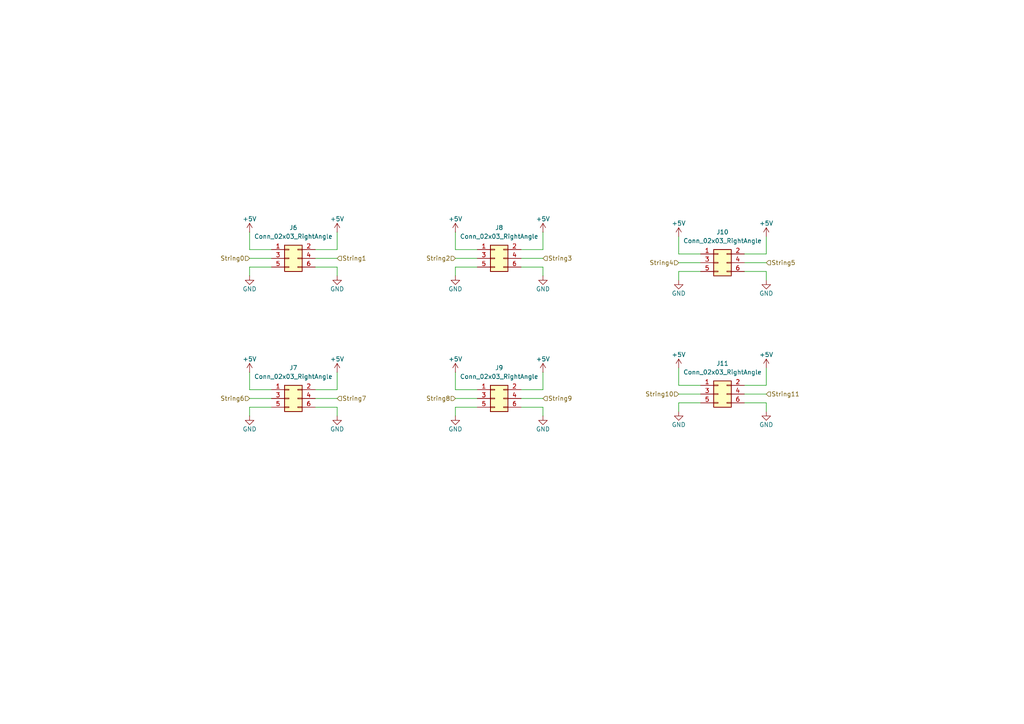
<source format=kicad_sch>
(kicad_sch (version 20231120) (generator "eeschema") (generator_version "8.0")
  (paper "A4")
  (lib_symbols
    (symbol "Connector_Generic:Conn_02x03_Odd_Even" (pin_names (offset 1.016) hide)
      (property "Reference" "J" (at 1.27 5.08 0))
      (property "Value" "Conn_02x03_Odd_Even" (at 1.27 -5.08 0))
      (symbol "Conn_02x03_Odd_Even_1_1"
        (rectangle (start -1.27 -2.413) (end 0 -2.667) (stroke (width 0.1524)))
        (rectangle (start -1.27 0.127) (end 0 -0.127) (stroke (width 0.1524)))
        (rectangle (start -1.27 2.667) (end 0 2.413) (stroke (width 0.1524)))
        (rectangle (start -1.27 3.81) (end 3.81 -3.81) (stroke (width 0.254)) (fill (type background)))
        (rectangle (start 3.81 -2.413) (end 2.54 -2.667) (stroke (width 0.1524)))
        (rectangle (start 3.81 0.127) (end 2.54 -0.127) (stroke (width 0.1524)))
        (rectangle (start 3.81 2.667) (end 2.54 2.413) (stroke (width 0.1524)))
        (pin passive line (at -5.08 2.54 0) (length 3.81) (name "Pin_1") (number "1"))
        (pin passive line (at 7.62 2.54 180) (length 3.81) (name "Pin_2") (number "2"))
        (pin passive line (at -5.08 0 0) (length 3.81) (name "Pin_3") (number "3"))
        (pin passive line (at 7.62 0 180) (length 3.81) (name "Pin_4") (number "4"))
        (pin passive line (at -5.08 -2.54 0) (length 3.81) (name "Pin_5") (number "5"))
        (pin passive line (at 7.62 -2.54 180) (length 3.81) (name "Pin_6") (number "6"))
      )
    )
    (symbol "power:+5V" (power) (pin_numbers hide) (pin_names (offset 0) hide)
      (property "Value" "+5V" (at 0 3.556 0))
      (symbol "+5V_0_1"
        (polyline (pts (xy -0.762 1.27) (xy 0 2.54)))
        (polyline (pts (xy 0 0) (xy 0 2.54)))
        (polyline (pts (xy 0 2.54) (xy 0.762 1.27)))
      )
      (symbol "+5V_1_1"
        (pin power_in line (at 0 0 90) (length 0) (name "~") (number "1"))
      )
    )
    (symbol "power:GND" (power) (pin_numbers hide) (pin_names (offset 0) hide)
      (property "Value" "GND" (at 0 -3.81 0))
      (symbol "GND_0_1"
        (polyline (pts (xy 0 0) (xy 0 -1.27) (xy 1.27 -1.27) (xy 0 -2.54) (xy -1.27 -1.27) (xy 0 -1.27)))
      )
      (symbol "GND_1_1"
        (pin power_in line (at 0 0 270) (length 0) (name "~") (number "1"))
      )
    )
  )
  (wire (pts (xy 196.85 116.84) (xy 203.2 116.84)))
  (wire (pts (xy 222.25 73.66) (xy 215.9 73.66)))
  (wire (pts (xy 222.25 106.68) (xy 222.25 111.76)))
  (wire (pts (xy 157.48 115.57) (xy 151.13 115.57)))
  (wire (pts (xy 132.08 74.93) (xy 138.43 74.93)))
  (wire (pts (xy 157.48 77.47) (xy 151.13 77.47)))
  (wire (pts (xy 132.08 80.01) (xy 132.08 77.47)))
  (wire (pts (xy 196.85 76.2) (xy 203.2 76.2)))
  (wire (pts (xy 196.85 111.76) (xy 203.2 111.76)))
  (wire (pts (xy 222.25 119.38) (xy 222.25 116.84)))
  (wire (pts (xy 196.85 106.68) (xy 196.85 111.76)))
  (wire (pts (xy 196.85 114.3) (xy 203.2 114.3)))
  (wire (pts (xy 196.85 73.66) (xy 203.2 73.66)))
  (wire (pts (xy 97.79 107.95) (xy 97.79 113.03)))
  (wire (pts (xy 222.25 68.58) (xy 222.25 73.66)))
  (wire (pts (xy 97.79 74.93) (xy 91.44 74.93)))
  (wire (pts (xy 72.39 118.11) (xy 78.74 118.11)))
  (wire (pts (xy 132.08 120.65) (xy 132.08 118.11)))
  (wire (pts (xy 132.08 72.39) (xy 138.43 72.39)))
  (wire (pts (xy 157.48 120.65) (xy 157.48 118.11)))
  (wire (pts (xy 132.08 77.47) (xy 138.43 77.47)))
  (wire (pts (xy 132.08 113.03) (xy 138.43 113.03)))
  (wire (pts (xy 157.48 72.39) (xy 151.13 72.39)))
  (wire (pts (xy 72.39 120.65) (xy 72.39 118.11)))
  (wire (pts (xy 97.79 120.65) (xy 97.79 118.11)))
  (wire (pts (xy 157.48 113.03) (xy 151.13 113.03)))
  (wire (pts (xy 222.25 81.28) (xy 222.25 78.74)))
  (wire (pts (xy 157.48 74.93) (xy 151.13 74.93)))
  (wire (pts (xy 196.85 78.74) (xy 203.2 78.74)))
  (wire (pts (xy 72.39 107.95) (xy 72.39 113.03)))
  (wire (pts (xy 132.08 115.57) (xy 138.43 115.57)))
  (wire (pts (xy 196.85 119.38) (xy 196.85 116.84)))
  (wire (pts (xy 222.25 76.2) (xy 215.9 76.2)))
  (wire (pts (xy 222.25 111.76) (xy 215.9 111.76)))
  (wire (pts (xy 97.79 113.03) (xy 91.44 113.03)))
  (wire (pts (xy 97.79 115.57) (xy 91.44 115.57)))
  (wire (pts (xy 222.25 114.3) (xy 215.9 114.3)))
  (wire (pts (xy 72.39 67.31) (xy 72.39 72.39)))
  (wire (pts (xy 132.08 67.31) (xy 132.08 72.39)))
  (wire (pts (xy 157.48 107.95) (xy 157.48 113.03)))
  (wire (pts (xy 132.08 107.95) (xy 132.08 113.03)))
  (wire (pts (xy 157.48 80.01) (xy 157.48 77.47)))
  (wire (pts (xy 72.39 72.39) (xy 78.74 72.39)))
  (wire (pts (xy 196.85 81.28) (xy 196.85 78.74)))
  (wire (pts (xy 72.39 80.01) (xy 72.39 77.47)))
  (wire (pts (xy 157.48 67.31) (xy 157.48 72.39)))
  (wire (pts (xy 97.79 77.47) (xy 91.44 77.47)))
  (wire (pts (xy 222.25 78.74) (xy 215.9 78.74)))
  (wire (pts (xy 97.79 72.39) (xy 91.44 72.39)))
  (wire (pts (xy 72.39 113.03) (xy 78.74 113.03)))
  (wire (pts (xy 97.79 80.01) (xy 97.79 77.47)))
  (wire (pts (xy 72.39 77.47) (xy 78.74 77.47)))
  (wire (pts (xy 222.25 116.84) (xy 215.9 116.84)))
  (wire (pts (xy 97.79 67.31) (xy 97.79 72.39)))
  (wire (pts (xy 132.08 118.11) (xy 138.43 118.11)))
  (wire (pts (xy 72.39 74.93) (xy 78.74 74.93)))
  (wire (pts (xy 97.79 118.11) (xy 91.44 118.11)))
  (wire (pts (xy 72.39 115.57) (xy 78.74 115.57)))
  (wire (pts (xy 196.85 68.58) (xy 196.85 73.66)))
  (wire (pts (xy 157.48 118.11) (xy 151.13 118.11)))
  (hierarchical_label "String2" (shape input) (at 132.08 74.93 180))
  (hierarchical_label "String8" (shape input) (at 132.08 115.57 180))
  (hierarchical_label "String7" (shape input) (at 97.79 115.57 0))
  (hierarchical_label "String4" (shape input) (at 196.85 76.2 180))
  (hierarchical_label "String6" (shape input) (at 72.39 115.57 180))
  (hierarchical_label "String3" (shape input) (at 157.48 74.93 0))
  (hierarchical_label "String11" (shape input) (at 222.25 114.3 0))
  (hierarchical_label "String5" (shape input) (at 222.25 76.2 0))
  (hierarchical_label "String10" (shape input) (at 196.85 114.3 180))
  (hierarchical_label "String1" (shape input) (at 97.79 74.93 0))
  (hierarchical_label "String0" (shape input) (at 72.39 74.93 180))
  (hierarchical_label "String9" (shape input) (at 157.48 115.57 0))
  (symbol (lib_id "Connector_Generic:Conn_02x03_Odd_Even") (at 208.28 114.3 0) (unit 1)
    (property "Reference" "J11" (at 209.55 105.41 0))
    (property "Value" "Conn_02x03_RightAngle" (at 209.55 107.95 0))
    (property "Footprint" "Connector_PinHeader_2.54mm:PinHeader_2x03_P2.54mm_Horizontal" (effects (hide yes)))
    (property "Description" "Generic connector, double row, 02x03, odd/even pin numbering scheme (row 1 odd numbers, row 2 even numbers), script generated (kicad-library-utils/schlib/autogen/connector/)" (effects (hide yes)))
  )
  (symbol (lib_id "Connector_Generic:Conn_02x03_Odd_Even") (at 83.82 74.93 0) (unit 1)
    (property "Reference" "J6" (at 85.09 66.04 0))
    (property "Value" "Conn_02x03_RightAngle" (at 85.09 68.58 0))
    (property "Footprint" "Connector_PinHeader_2.54mm:PinHeader_2x03_P2.54mm_Horizontal" (effects (hide yes)))
    (property "Description" "Generic connector, double row, 02x03, odd/even pin numbering scheme (row 1 odd numbers, row 2 even numbers), script generated (kicad-library-utils/schlib/autogen/connector/)" (effects (hide yes)))
  )
  (symbol (lib_id "power:+5V") (at 157.48 67.31 0) (unit 1)
    (property "Reference" "#PWR0104" (effects (hide yes)))
    (property "Value" "+5V" (at 157.48 63.5 0))
    (property "Description" "Power symbol creates a global label with name \"+5V\"" (effects (hide yes)))
  )
  (symbol (lib_id "power:GND") (at 157.48 80.01 0) (unit 1)
    (property "Reference" "#PWR0105" (effects (hide yes)))
    (property "Value" "GND" (at 157.48 83.82 0))
    (property "Description" "Power symbol creates a global label with name \"GND\" , ground" (effects (hide yes)))
  )
  (symbol (lib_id "power:GND") (at 196.85 119.38 0) (unit 1)
    (property "Reference" "#PWR0111" (effects (hide yes)))
    (property "Value" "GND" (at 196.85 123.19 0))
    (property "Description" "Power symbol creates a global label with name \"GND\" , ground" (effects (hide yes)))
  )
  (symbol (lib_id "Connector_Generic:Conn_02x03_Odd_Even") (at 143.51 115.57 0) (unit 1)
    (property "Reference" "J9" (at 144.78 106.68 0))
    (property "Value" "Conn_02x03_RightAngle" (at 144.78 109.22 0))
    (property "Footprint" "Connector_PinHeader_2.54mm:PinHeader_2x03_P2.54mm_Horizontal" (effects (hide yes)))
    (property "Description" "Generic connector, double row, 02x03, odd/even pin numbering scheme (row 1 odd numbers, row 2 even numbers), script generated (kicad-library-utils/schlib/autogen/connector/)" (effects (hide yes)))
  )
  (symbol (lib_id "power:+5V") (at 132.08 107.95 0) (unit 1)
    (property "Reference" "#PWR0102" (effects (hide yes)))
    (property "Value" "+5V" (at 132.08 104.14 0))
    (property "Description" "Power symbol creates a global label with name \"+5V\"" (effects (hide yes)))
  )
  (symbol (lib_id "power:+5V") (at 72.39 67.31 0) (unit 1)
    (property "Reference" "#PWR092" (effects (hide yes)))
    (property "Value" "+5V" (at 72.39 63.5 0))
    (property "Description" "Power symbol creates a global label with name \"+5V\"" (effects (hide yes)))
  )
  (symbol (lib_id "power:+5V") (at 132.08 67.31 0) (unit 1)
    (property "Reference" "#PWR0100" (effects (hide yes)))
    (property "Value" "+5V" (at 132.08 63.5 0))
    (property "Description" "Power symbol creates a global label with name \"+5V\"" (effects (hide yes)))
  )
  (symbol (lib_id "power:GND") (at 222.25 81.28 0) (unit 1)
    (property "Reference" "#PWR0113" (effects (hide yes)))
    (property "Value" "GND" (at 222.25 85.09 0))
    (property "Description" "Power symbol creates a global label with name \"GND\" , ground" (effects (hide yes)))
  )
  (symbol (lib_id "power:GND") (at 132.08 120.65 0) (unit 1)
    (property "Reference" "#PWR0103" (effects (hide yes)))
    (property "Value" "GND" (at 132.08 124.46 0))
    (property "Description" "Power symbol creates a global label with name \"GND\" , ground" (effects (hide yes)))
  )
  (symbol (lib_id "power:GND") (at 97.79 80.01 0) (unit 1)
    (property "Reference" "#PWR097" (effects (hide yes)))
    (property "Value" "GND" (at 97.79 83.82 0))
    (property "Description" "Power symbol creates a global label with name \"GND\" , ground" (effects (hide yes)))
  )
  (symbol (lib_id "power:+5V") (at 97.79 107.95 0) (unit 1)
    (property "Reference" "#PWR098" (effects (hide yes)))
    (property "Value" "+5V" (at 97.79 104.14 0))
    (property "Description" "Power symbol creates a global label with name \"+5V\"" (effects (hide yes)))
  )
  (symbol (lib_id "Connector_Generic:Conn_02x03_Odd_Even") (at 208.28 76.2 0) (unit 1)
    (property "Reference" "J10" (at 209.55 67.31 0))
    (property "Value" "Conn_02x03_RightAngle" (at 209.55 69.85 0))
    (property "Footprint" "Connector_PinHeader_2.54mm:PinHeader_2x03_P2.54mm_Horizontal" (effects (hide yes)))
    (property "Description" "Generic connector, double row, 02x03, odd/even pin numbering scheme (row 1 odd numbers, row 2 even numbers), script generated (kicad-library-utils/schlib/autogen/connector/)" (effects (hide yes)))
  )
  (symbol (lib_id "power:GND") (at 196.85 81.28 0) (unit 1)
    (property "Reference" "#PWR0109" (effects (hide yes)))
    (property "Value" "GND" (at 196.85 85.09 0))
    (property "Description" "Power symbol creates a global label with name \"GND\" , ground" (effects (hide yes)))
  )
  (symbol (lib_id "power:GND") (at 97.79 120.65 0) (unit 1)
    (property "Reference" "#PWR099" (effects (hide yes)))
    (property "Value" "GND" (at 97.79 124.46 0))
    (property "Description" "Power symbol creates a global label with name \"GND\" , ground" (effects (hide yes)))
  )
  (symbol (lib_id "power:+5V") (at 157.48 107.95 0) (unit 1)
    (property "Reference" "#PWR0106" (effects (hide yes)))
    (property "Value" "+5V" (at 157.48 104.14 0))
    (property "Description" "Power symbol creates a global label with name \"+5V\"" (effects (hide yes)))
  )
  (symbol (lib_id "power:+5V") (at 222.25 68.58 0) (unit 1)
    (property "Reference" "#PWR0112" (effects (hide yes)))
    (property "Value" "+5V" (at 222.25 64.77 0))
    (property "Description" "Power symbol creates a global label with name \"+5V\"" (effects (hide yes)))
  )
  (symbol (lib_id "power:+5V") (at 97.79 67.31 0) (unit 1)
    (property "Reference" "#PWR096" (effects (hide yes)))
    (property "Value" "+5V" (at 97.79 63.5 0))
    (property "Description" "Power symbol creates a global label with name \"+5V\"" (effects (hide yes)))
  )
  (symbol (lib_id "power:GND") (at 157.48 120.65 0) (unit 1)
    (property "Reference" "#PWR0107" (effects (hide yes)))
    (property "Value" "GND" (at 157.48 124.46 0))
    (property "Description" "Power symbol creates a global label with name \"GND\" , ground" (effects (hide yes)))
  )
  (symbol (lib_id "power:+5V") (at 222.25 106.68 0) (unit 1)
    (property "Reference" "#PWR0114" (effects (hide yes)))
    (property "Value" "+5V" (at 222.25 102.87 0))
    (property "Description" "Power symbol creates a global label with name \"+5V\"" (effects (hide yes)))
  )
  (symbol (lib_id "Connector_Generic:Conn_02x03_Odd_Even") (at 83.82 115.57 0) (unit 1)
    (property "Reference" "J7" (at 85.09 106.68 0))
    (property "Value" "Conn_02x03_RightAngle" (at 85.09 109.22 0))
    (property "Footprint" "Connector_PinHeader_2.54mm:PinHeader_2x03_P2.54mm_Horizontal" (effects (hide yes)))
    (property "Description" "Generic connector, double row, 02x03, odd/even pin numbering scheme (row 1 odd numbers, row 2 even numbers), script generated (kicad-library-utils/schlib/autogen/connector/)" (effects (hide yes)))
  )
  (symbol (lib_id "power:GND") (at 132.08 80.01 0) (unit 1)
    (property "Reference" "#PWR0101" (effects (hide yes)))
    (property "Value" "GND" (at 132.08 83.82 0))
    (property "Description" "Power symbol creates a global label with name \"GND\" , ground" (effects (hide yes)))
  )
  (symbol (lib_id "power:GND") (at 72.39 80.01 0) (unit 1)
    (property "Reference" "#PWR093" (effects (hide yes)))
    (property "Value" "GND" (at 72.39 83.82 0))
    (property "Description" "Power symbol creates a global label with name \"GND\" , ground" (effects (hide yes)))
  )
  (symbol (lib_id "Connector_Generic:Conn_02x03_Odd_Even") (at 143.51 74.93 0) (unit 1)
    (property "Reference" "J8" (at 144.78 66.04 0))
    (property "Value" "Conn_02x03_RightAngle" (at 144.78 68.58 0))
    (property "Footprint" "Connector_PinHeader_2.54mm:PinHeader_2x03_P2.54mm_Horizontal" (effects (hide yes)))
    (property "Description" "Generic connector, double row, 02x03, odd/even pin numbering scheme (row 1 odd numbers, row 2 even numbers), script generated (kicad-library-utils/schlib/autogen/connector/)" (effects (hide yes)))
  )
  (symbol (lib_id "power:+5V") (at 196.85 106.68 0) (unit 1)
    (property "Reference" "#PWR0110" (effects (hide yes)))
    (property "Value" "+5V" (at 196.85 102.87 0))
    (property "Description" "Power symbol creates a global label with name \"+5V\"" (effects (hide yes)))
  )
  (symbol (lib_id "power:GND") (at 72.39 120.65 0) (unit 1)
    (property "Reference" "#PWR095" (effects (hide yes)))
    (property "Value" "GND" (at 72.39 124.46 0))
    (property "Description" "Power symbol creates a global label with name \"GND\" , ground" (effects (hide yes)))
  )
  (symbol (lib_id "power:+5V") (at 196.85 68.58 0) (unit 1)
    (property "Reference" "#PWR0108" (effects (hide yes)))
    (property "Value" "+5V" (at 196.85 64.77 0))
    (property "Description" "Power symbol creates a global label with name \"+5V\"" (effects (hide yes)))
  )
  (symbol (lib_id "power:GND") (at 222.25 119.38 0) (unit 1)
    (property "Reference" "#PWR0115" (effects (hide yes)))
    (property "Value" "GND" (at 222.25 123.19 0))
    (property "Description" "Power symbol creates a global label with name \"GND\" , ground" (effects (hide yes)))
  )
  (symbol (lib_id "power:+5V") (at 72.39 107.95 0) (unit 1)
    (property "Reference" "#PWR094" (effects (hide yes)))
    (property "Value" "+5V" (at 72.39 104.14 0))
    (property "Description" "Power symbol creates a global label with name \"+5V\"" (effects (hide yes)))
  )
)
</source>
